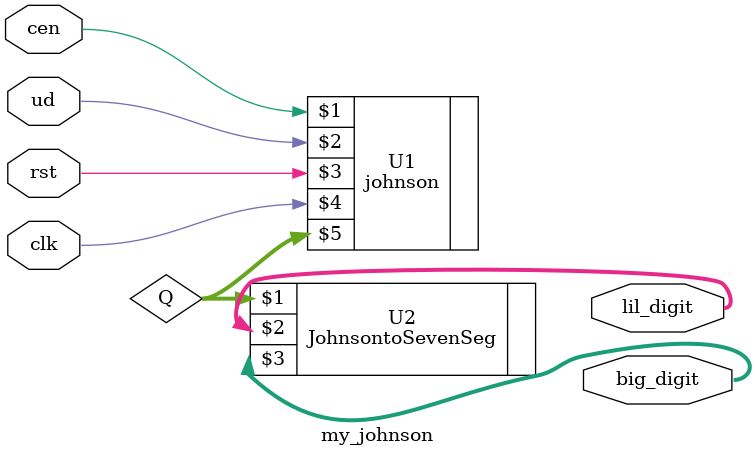
<source format=v>
module my_johnson(
	input cen,
	input ud,
	input rst,
	input clk,
	output [6:0]lil_digit,
	output [6:0]big_digit
);

	wire [4:0]Q;
	
	johnson U1(cen, ud, rst, clk, Q);
	JohnsontoSevenSeg U2(Q, lil_digit, big_digit);




endmodule

</source>
